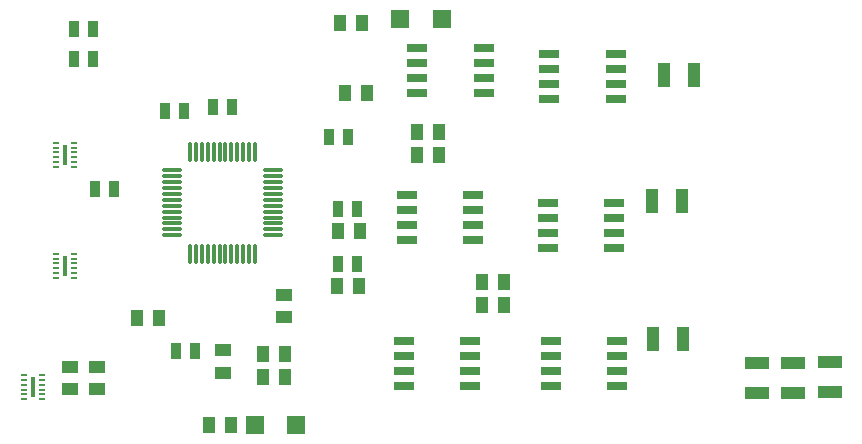
<source format=gtp>
%FSTAX23Y23*%
%MOIN*%
%SFA1B1*%

%IPPOS*%
%ADD17R,0.055000X0.040000*%
%ADD18R,0.023620X0.007870*%
%ADD19R,0.015750X0.070870*%
%ADD20R,0.059060X0.059060*%
%ADD21R,0.040000X0.055000*%
%ADD22R,0.068900X0.025590*%
%ADD23R,0.036000X0.057000*%
%ADD24R,0.078740X0.043310*%
%ADD25R,0.043310X0.078740*%
%ADD26O,0.066930X0.011810*%
%ADD27O,0.011810X0.066930*%
%LN3phasedriver-1*%
%LPD*%
G54D17*
X03505Y02762D03*
Y02688D03*
X03415Y02762D03*
Y02688D03*
X03925Y02817D03*
Y02743D03*
X0413Y03002D03*
Y02928D03*
G54D18*
X03322Y02718D03*
Y02734D03*
Y02702D03*
Y02686D03*
Y02671D03*
Y02655D03*
X03263D03*
Y02671D03*
Y02686D03*
Y02702D03*
Y02734D03*
Y02718D03*
X03429Y03076D03*
Y0306D03*
Y03092D03*
Y03108D03*
Y03123D03*
Y03139D03*
X0337D03*
Y03123D03*
Y03108D03*
Y03092D03*
Y0306D03*
Y03076D03*
X03429Y03446D03*
Y0343D03*
Y03462D03*
Y03478D03*
Y03493D03*
Y03509D03*
X0337D03*
Y03493D03*
Y03478D03*
Y03462D03*
Y0343D03*
Y03446D03*
G54D19*
X03293Y02695D03*
X034Y031D03*
Y0347D03*
G54D20*
X04517Y03921D03*
X04655D03*
X04033Y0257D03*
X04171D03*
G54D21*
X04391Y0391D03*
X04317D03*
X03952Y0257D03*
X03878D03*
X03712Y02926D03*
X03638D03*
X04407Y03675D03*
X04333D03*
X04647Y03545D03*
X04573D03*
X04382Y03215D03*
X04308D03*
X04647Y0347D03*
X04573D03*
X04379Y03031D03*
X04305D03*
X04862Y0297D03*
X04788D03*
Y03046D03*
X04862D03*
X04058Y02805D03*
X04132D03*
X04058Y0273D03*
X04132D03*
G54D22*
X0523Y0316D03*
Y0321D03*
Y0326D03*
Y0331D03*
X05009Y0316D03*
Y0321D03*
Y0326D03*
Y0331D03*
X04574Y03825D03*
Y03775D03*
Y03725D03*
Y03675D03*
X04795Y03825D03*
Y03775D03*
Y03725D03*
Y03675D03*
X05014Y03805D03*
Y03755D03*
Y03705D03*
Y03655D03*
X05235Y03805D03*
Y03755D03*
Y03705D03*
Y03655D03*
X04539Y03335D03*
Y03285D03*
Y03235D03*
Y03185D03*
X0476Y03335D03*
Y03285D03*
Y03235D03*
Y03185D03*
X04529Y0285D03*
Y028D03*
Y0275D03*
Y027D03*
X0475Y0285D03*
Y028D03*
Y0275D03*
Y027D03*
X05019Y0285D03*
Y028D03*
Y0275D03*
Y027D03*
X0524Y0285D03*
Y028D03*
Y0275D03*
Y027D03*
G54D23*
X03498Y03355D03*
X03562D03*
X03428Y0389D03*
X03492D03*
X03428Y0379D03*
X03492D03*
X03733Y03615D03*
X03797D03*
X03893Y0363D03*
X03957D03*
X04278Y0353D03*
X04342D03*
X04308Y0329D03*
X04372D03*
X04308Y03104D03*
X04372D03*
X03768Y02815D03*
X03832D03*
G54D24*
X05705Y02675D03*
Y02775D03*
X0595Y0268D03*
Y0278D03*
X05825Y02675D03*
Y02775D03*
G54D25*
X05395Y03735D03*
X05495D03*
X0536Y02855D03*
X0546D03*
X05355Y03315D03*
X05455D03*
G54D26*
X03755Y03418D03*
Y03398D03*
Y03378D03*
Y03359D03*
Y03339D03*
Y03319D03*
Y033D03*
Y0328D03*
Y0326D03*
Y03241D03*
Y03221D03*
Y03201D03*
X04094D03*
Y03221D03*
Y03241D03*
Y0326D03*
Y0328D03*
Y033D03*
Y03319D03*
Y03339D03*
Y03359D03*
Y03378D03*
Y03398D03*
Y03418D03*
G54D27*
X03816Y0314D03*
X03836D03*
X03856D03*
X03875D03*
X03895D03*
X03915D03*
X03934D03*
X03954D03*
X03974D03*
X03993D03*
X04013D03*
X04033D03*
Y03479D03*
X04013D03*
X03993D03*
X03974D03*
X03954D03*
X03934D03*
X03915D03*
X03895D03*
X03875D03*
X03856D03*
X03836D03*
X03816D03*
M02*
</source>
